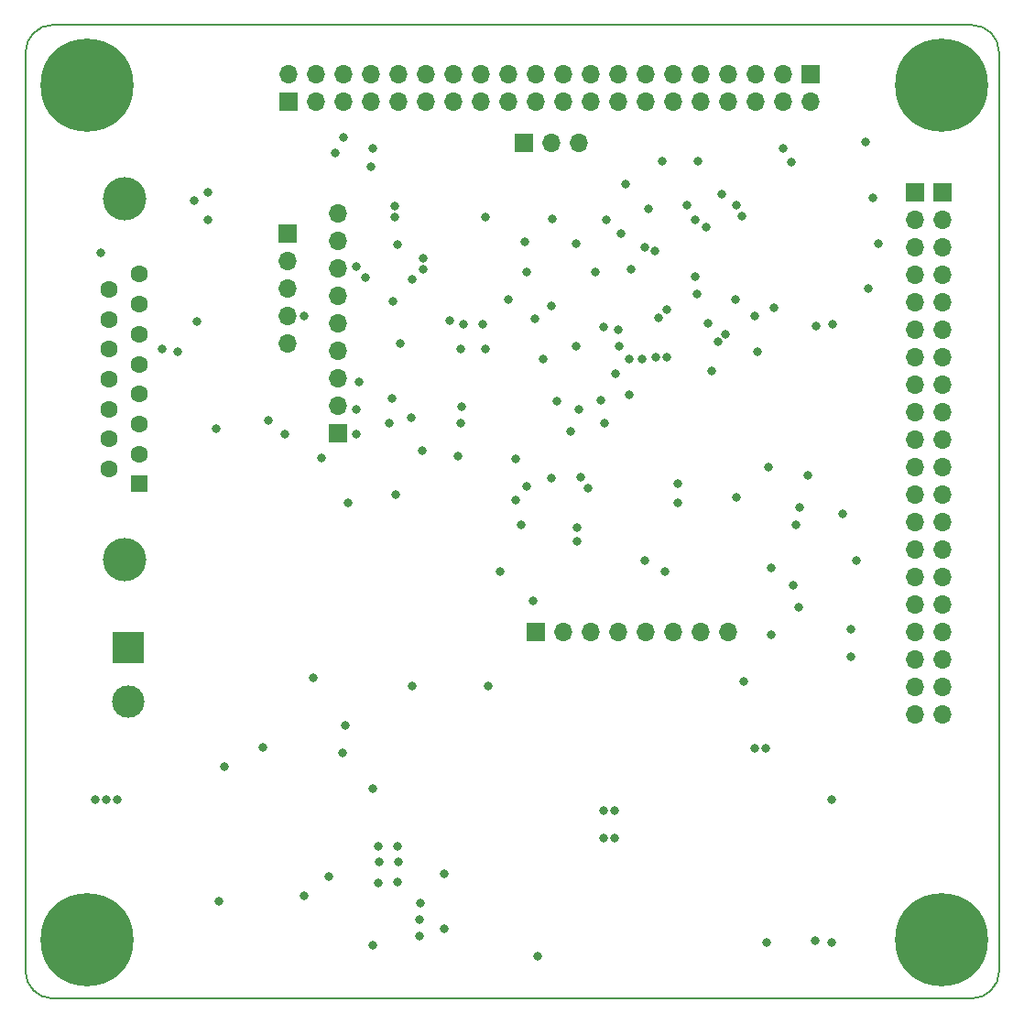
<source format=gbr>
%TF.GenerationSoftware,KiCad,Pcbnew,(6.0.7)*%
%TF.CreationDate,2023-01-26T22:49:43-08:00*%
%TF.ProjectId,FlightComputer,466c6967-6874-4436-9f6d-70757465722e,rev?*%
%TF.SameCoordinates,Original*%
%TF.FileFunction,Soldermask,Bot*%
%TF.FilePolarity,Negative*%
%FSLAX46Y46*%
G04 Gerber Fmt 4.6, Leading zero omitted, Abs format (unit mm)*
G04 Created by KiCad (PCBNEW (6.0.7)) date 2023-01-26 22:49:43*
%MOMM*%
%LPD*%
G01*
G04 APERTURE LIST*
%TA.AperFunction,Profile*%
%ADD10C,0.200000*%
%TD*%
%ADD11O,1.700000X1.700000*%
%ADD12R,1.700000X1.700000*%
%ADD13C,0.900000*%
%ADD14C,8.600000*%
%ADD15C,1.600000*%
%ADD16R,1.600000X1.600000*%
%ADD17C,4.000000*%
%ADD18C,3.000000*%
%ADD19R,3.000000X3.000000*%
%ADD20C,0.800000*%
G04 APERTURE END LIST*
D10*
X227330000Y-148166000D02*
X142410000Y-148166000D01*
X229870000Y-60706000D02*
X229870000Y-145626000D01*
X229870000Y-60706000D02*
G75*
G03*
X227330000Y-58166000I-2540000J0D01*
G01*
X139870000Y-145626000D02*
X139870000Y-60706000D01*
X227330000Y-148166000D02*
G75*
G03*
X229870000Y-145626000I0J2540000D01*
G01*
X139870000Y-145626000D02*
G75*
G03*
X142410000Y-148166000I2540000J0D01*
G01*
X142410000Y-58166000D02*
X227330000Y-58166000D01*
X142410000Y-58166000D02*
G75*
G03*
X139870000Y-60706000I0J-2540000D01*
G01*
D11*
%TO.C,J9*%
X222123000Y-121920000D03*
X222123000Y-119380000D03*
X222123000Y-116840000D03*
X222123000Y-114300000D03*
X222123000Y-111760000D03*
X222123000Y-109220000D03*
X222123000Y-106680000D03*
X222123000Y-104140000D03*
X222123000Y-101600000D03*
X222123000Y-99060000D03*
X222123000Y-96520000D03*
X222123000Y-93980000D03*
X222123000Y-91440000D03*
X222123000Y-88900000D03*
X222123000Y-86360000D03*
X222123000Y-83820000D03*
X222123000Y-81280000D03*
X222123000Y-78740000D03*
X222123000Y-76200000D03*
D12*
X222123000Y-73660000D03*
%TD*%
D11*
%TO.C,J8*%
X212471000Y-65278000D03*
X209931000Y-65278000D03*
X207391000Y-65278000D03*
X204851000Y-65278000D03*
X202311000Y-65278000D03*
X199771000Y-65278000D03*
X197231000Y-65278000D03*
X194691000Y-65278000D03*
X192151000Y-65278000D03*
X189611000Y-65278000D03*
X187071000Y-65278000D03*
X184531000Y-65278000D03*
X181991000Y-65278000D03*
X179451000Y-65278000D03*
X176911000Y-65278000D03*
X174371000Y-65278000D03*
X171831000Y-65278000D03*
X169291000Y-65278000D03*
X166751000Y-65278000D03*
D12*
X164211000Y-65278000D03*
%TD*%
D13*
%TO.C,H4*%
X148767000Y-142748000D03*
X147822419Y-145028419D03*
X143261581Y-140467581D03*
X142317000Y-142748000D03*
X143261581Y-145028419D03*
D14*
X145542000Y-142748000D03*
D13*
X147822419Y-140467581D03*
X145542000Y-145973000D03*
X145542000Y-139523000D03*
%TD*%
%TO.C,H2*%
X226816419Y-61473581D03*
X221311000Y-63754000D03*
D14*
X224536000Y-63754000D03*
D13*
X224536000Y-66979000D03*
X222255581Y-66034419D03*
X227761000Y-63754000D03*
X226816419Y-66034419D03*
X224536000Y-60529000D03*
X222255581Y-61473581D03*
%TD*%
D11*
%TO.C,J4*%
X164084000Y-87635000D03*
X164084000Y-85095000D03*
X164084000Y-82555000D03*
X164084000Y-80015000D03*
D12*
X164084000Y-77475000D03*
%TD*%
D11*
%TO.C,J11*%
X164211000Y-62738000D03*
X166751000Y-62738000D03*
X169291000Y-62738000D03*
X171831000Y-62738000D03*
X174371000Y-62738000D03*
X176911000Y-62738000D03*
X179451000Y-62738000D03*
X181991000Y-62738000D03*
X184531000Y-62738000D03*
X187071000Y-62738000D03*
X189611000Y-62738000D03*
X192151000Y-62738000D03*
X194691000Y-62738000D03*
X197231000Y-62738000D03*
X199771000Y-62738000D03*
X202311000Y-62738000D03*
X204851000Y-62738000D03*
X207391000Y-62738000D03*
X209931000Y-62738000D03*
D12*
X212471000Y-62738000D03*
%TD*%
D11*
%TO.C,J6*%
X168758000Y-75555000D03*
X168758000Y-78095000D03*
X168758000Y-80635000D03*
X168758000Y-83175000D03*
X168758000Y-85715000D03*
X168758000Y-88255000D03*
X168758000Y-90795000D03*
X168758000Y-93335000D03*
D12*
X168758000Y-95875000D03*
%TD*%
D11*
%TO.C,J12*%
X191008000Y-69088000D03*
X188468000Y-69088000D03*
D12*
X185928000Y-69088000D03*
%TD*%
D13*
%TO.C,H3*%
X226816419Y-140467581D03*
X222255581Y-140467581D03*
X224536000Y-145973000D03*
X224536000Y-139523000D03*
X226816419Y-145028419D03*
X222255581Y-145028419D03*
X227761000Y-142748000D03*
X221311000Y-142748000D03*
D14*
X224536000Y-142748000D03*
%TD*%
D13*
%TO.C,H1*%
X147822419Y-66034419D03*
X147822419Y-61473581D03*
X143261581Y-66034419D03*
X148767000Y-63754000D03*
D14*
X145542000Y-63754000D03*
D13*
X145542000Y-66979000D03*
X145542000Y-60529000D03*
X143261581Y-61473581D03*
X142317000Y-63754000D03*
%TD*%
D11*
%TO.C,J7*%
X204851000Y-114300000D03*
X202311000Y-114300000D03*
X199771000Y-114300000D03*
X197231000Y-114300000D03*
X194691000Y-114300000D03*
X192151000Y-114300000D03*
X189611000Y-114300000D03*
D12*
X187071000Y-114300000D03*
%TD*%
D15*
%TO.C,J5*%
X147575331Y-82602000D03*
X147575331Y-85372000D03*
X147575331Y-88142000D03*
X147575331Y-90912000D03*
X147575331Y-93682000D03*
X147575331Y-96452000D03*
X147575331Y-99222000D03*
X150415331Y-81217000D03*
X150415331Y-83987000D03*
X150415331Y-86757000D03*
X150415331Y-89527000D03*
X150415331Y-92297000D03*
X150415331Y-95067000D03*
X150415331Y-97837000D03*
D16*
X150415331Y-100607000D03*
D17*
X148995331Y-74262000D03*
X148995331Y-107562000D03*
%TD*%
D18*
%TO.C,J1*%
X149332500Y-120752500D03*
D19*
X149332500Y-115752500D03*
%TD*%
D11*
%TO.C,J10*%
X224663000Y-121920000D03*
X224663000Y-119380000D03*
X224663000Y-116840000D03*
X224663000Y-114300000D03*
X224663000Y-111760000D03*
X224663000Y-109220000D03*
X224663000Y-106680000D03*
X224663000Y-104140000D03*
X224663000Y-101600000D03*
X224663000Y-99060000D03*
X224663000Y-96520000D03*
X224663000Y-93980000D03*
X224663000Y-91440000D03*
X224663000Y-88900000D03*
X224663000Y-86360000D03*
X224663000Y-83820000D03*
X224663000Y-81280000D03*
X224663000Y-78740000D03*
X224663000Y-76200000D03*
D12*
X224663000Y-73660000D03*
%TD*%
D20*
X204216000Y-73787000D03*
X201041000Y-74803000D03*
X193294000Y-86106000D03*
X195707000Y-89027000D03*
X201803000Y-76200000D03*
X205613000Y-74803000D03*
X196850000Y-89027000D03*
X202819000Y-76835000D03*
X206121000Y-75819000D03*
X211074000Y-104394000D03*
X211455000Y-102743000D03*
X212217000Y-99822000D03*
X152527000Y-88138000D03*
X166497000Y-118491000D03*
X202057000Y-70739000D03*
X198755000Y-70739000D03*
X214376000Y-143002000D03*
X208407000Y-143002000D03*
X167259000Y-98171000D03*
X198120000Y-88900000D03*
X199188500Y-88884628D03*
X202946000Y-85711787D03*
X199009000Y-108712000D03*
X207518000Y-88392000D03*
X208534000Y-99060000D03*
X169672000Y-102362000D03*
X174117000Y-101600000D03*
X194945000Y-77470000D03*
X193368317Y-94983500D03*
X191008000Y-93726000D03*
X190754000Y-78359000D03*
X203327000Y-90173500D03*
X194437000Y-90424000D03*
X217805000Y-82550000D03*
X214503000Y-85839500D03*
X218706500Y-78359000D03*
X212979000Y-85979000D03*
X182626000Y-119253000D03*
X186817000Y-111379000D03*
X183769000Y-108712000D03*
X175641000Y-119253000D03*
X188595000Y-76073000D03*
X188976000Y-92964000D03*
X168529000Y-69977000D03*
X173863000Y-83693000D03*
X180213000Y-93472000D03*
X174498000Y-87630000D03*
X171843500Y-71247000D03*
X175641000Y-81661000D03*
X171958000Y-69596000D03*
X176657000Y-80755503D03*
X169291000Y-68580000D03*
X176657000Y-79756000D03*
X171323000Y-81534000D03*
X173990000Y-75946000D03*
X184531000Y-83565500D03*
X186944000Y-85344000D03*
X179070000Y-85471000D03*
X210693000Y-70866000D03*
X190839477Y-104606477D03*
X170708500Y-91186000D03*
X190246000Y-95758000D03*
X185166000Y-102108000D03*
X185674000Y-104381500D03*
X158242000Y-126746000D03*
X146304000Y-129794000D03*
X161798000Y-124968000D03*
X148336000Y-129794000D03*
X147320000Y-129794000D03*
X167894000Y-136906000D03*
X187198000Y-144272000D03*
X171958000Y-143256000D03*
X176374951Y-139347049D03*
X178562000Y-136652000D03*
X218186000Y-74168000D03*
X178562000Y-141732000D03*
X174315000Y-135565000D03*
X165608000Y-138684000D03*
X172537000Y-135565000D03*
X174244000Y-134112000D03*
X172523500Y-137471500D03*
X180340000Y-85852000D03*
X175514000Y-94488000D03*
X179832000Y-98044000D03*
X174244000Y-137414000D03*
X200152000Y-102362000D03*
X170434000Y-80518000D03*
X180086000Y-88138000D03*
X174244000Y-78486000D03*
X186182000Y-100838000D03*
X172466000Y-134112000D03*
X186055000Y-78232000D03*
X157734000Y-139192000D03*
X170434000Y-93726000D03*
X205486000Y-83566000D03*
X212852000Y-142855498D03*
X205625500Y-101809692D03*
X171958000Y-128778000D03*
X180086000Y-94996000D03*
X216154000Y-116586000D03*
X214376000Y-129794000D03*
X215392000Y-103378000D03*
X169418000Y-122936000D03*
X173990000Y-74946497D03*
X209931000Y-69596000D03*
X195326000Y-72898000D03*
X216662000Y-107696000D03*
X197485000Y-75184000D03*
X165608000Y-85090000D03*
X169164000Y-125476000D03*
X204570685Y-86767315D03*
X208273600Y-125045100D03*
X203861315Y-87476685D03*
X207270400Y-125045100D03*
X176276000Y-142354500D03*
X194762925Y-87885990D03*
X176276000Y-140855500D03*
X194691000Y-86360000D03*
X182165000Y-85852000D03*
X186182000Y-81026000D03*
X188468000Y-100076000D03*
X176530000Y-97536000D03*
X201930000Y-83058000D03*
X193294000Y-133350000D03*
X193548000Y-76200000D03*
X197104000Y-107696000D03*
X217551000Y-68961000D03*
X194310000Y-133350000D03*
X194310000Y-130810000D03*
X182372000Y-88138000D03*
X193294000Y-130810000D03*
X170434000Y-96012000D03*
X200152000Y-100584000D03*
X216154000Y-114046000D03*
X182372000Y-75946000D03*
X156718000Y-76200000D03*
X146812000Y-79248000D03*
X187706000Y-89027000D03*
X190766500Y-87884000D03*
X195707000Y-92329000D03*
X206248000Y-118872000D03*
X191163117Y-99980677D03*
X153924000Y-88392000D03*
X191912617Y-100965000D03*
X211328000Y-112014000D03*
X201803000Y-81407000D03*
X210820000Y-109982000D03*
X155702000Y-85598000D03*
X198080775Y-79057554D03*
X197125977Y-78761977D03*
X195834000Y-80772000D03*
X157480000Y-95504000D03*
X192532000Y-81026000D03*
X162306000Y-94742000D03*
X209042000Y-84328000D03*
X199136000Y-84455000D03*
X198374000Y-85204500D03*
X207264000Y-85090000D03*
X193040000Y-92837000D03*
X190868500Y-105918000D03*
X208788000Y-114554000D03*
X208788000Y-108331000D03*
X185166000Y-98298000D03*
X163830000Y-96012000D03*
X173736000Y-92710000D03*
X188468000Y-84148500D03*
X173482000Y-94996000D03*
X156718000Y-73660000D03*
X155448000Y-74422000D03*
M02*

</source>
